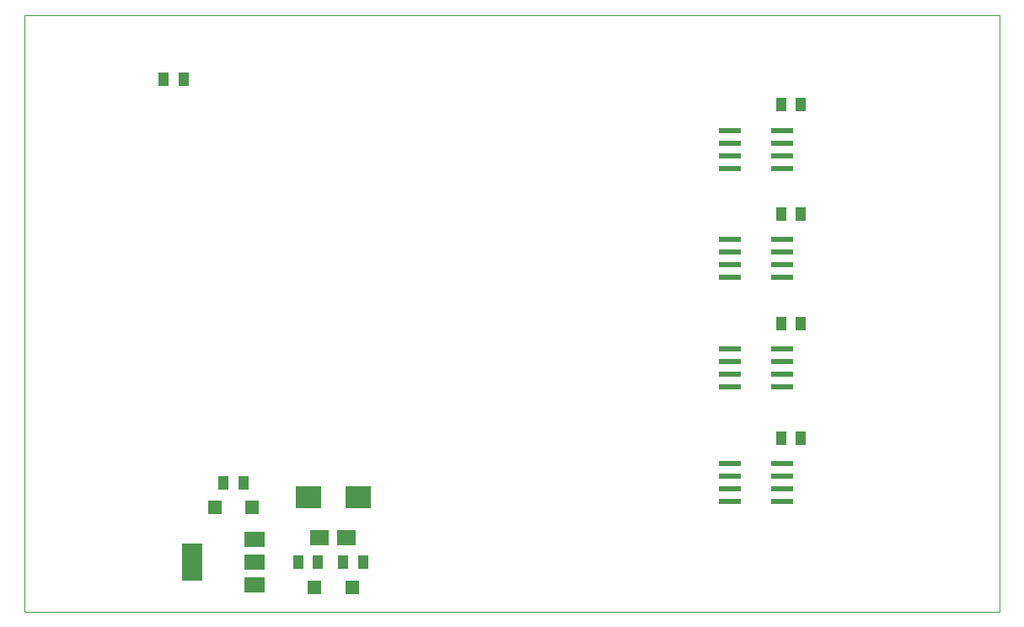
<source format=gtp>
G75*
%MOIN*%
%OFA0B0*%
%FSLAX25Y25*%
%IPPOS*%
%LPD*%
%AMOC8*
5,1,8,0,0,1.08239X$1,22.5*
%
%ADD10C,0.00000*%
%ADD11R,0.10236X0.08661*%
%ADD12R,0.04331X0.05512*%
%ADD13R,0.07677X0.05906*%
%ADD14R,0.05512X0.05512*%
%ADD15R,0.08661X0.02362*%
%ADD16R,0.07874X0.05906*%
%ADD17R,0.07874X0.14961*%
D10*
X0005437Y0028622D02*
X0005437Y0264843D01*
X0391264Y0264843D01*
X0391264Y0028622D01*
X0005437Y0028622D01*
D11*
X0117642Y0073898D03*
X0137327Y0073898D03*
D12*
X0139295Y0048307D03*
X0131421Y0048307D03*
X0121579Y0048307D03*
X0113705Y0048307D03*
X0092051Y0079803D03*
X0084177Y0079803D03*
X0304650Y0097520D03*
X0312524Y0097520D03*
X0312524Y0142795D03*
X0304650Y0142795D03*
X0304650Y0186102D03*
X0312524Y0186102D03*
X0312524Y0229409D03*
X0304650Y0229409D03*
X0068429Y0239252D03*
X0060555Y0239252D03*
D13*
X0122071Y0058150D03*
X0132898Y0058150D03*
D14*
X0134965Y0038465D03*
X0120004Y0038465D03*
X0095594Y0069961D03*
X0080634Y0069961D03*
D15*
X0284571Y0072303D03*
X0284571Y0077303D03*
X0284571Y0082303D03*
X0284571Y0087303D03*
X0305043Y0087303D03*
X0305043Y0082303D03*
X0305043Y0077303D03*
X0305043Y0072303D03*
X0305043Y0117579D03*
X0305043Y0122579D03*
X0305043Y0127579D03*
X0305043Y0132579D03*
X0284571Y0132579D03*
X0284571Y0127579D03*
X0284571Y0122579D03*
X0284571Y0117579D03*
X0284571Y0160886D03*
X0284571Y0165886D03*
X0284571Y0170886D03*
X0284571Y0175886D03*
X0305043Y0175886D03*
X0305043Y0170886D03*
X0305043Y0165886D03*
X0305043Y0160886D03*
X0305043Y0204193D03*
X0305043Y0209193D03*
X0305043Y0214193D03*
X0305043Y0219193D03*
X0284571Y0219193D03*
X0284571Y0214193D03*
X0284571Y0209193D03*
X0284571Y0204193D03*
D16*
X0096579Y0057362D03*
X0096579Y0048307D03*
X0096579Y0039252D03*
D17*
X0071776Y0048307D03*
M02*

</source>
